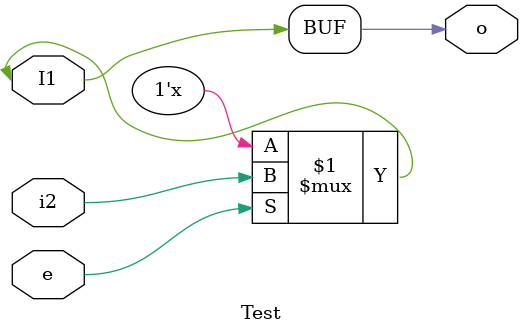
<source format=v>
module Test (I1, i2, e, o);
  input I1, i2, e;
  output o;
  assign o = I1;
  assign o = e ? i2 : 1'bz; //warning on "o"
endmodule


</source>
